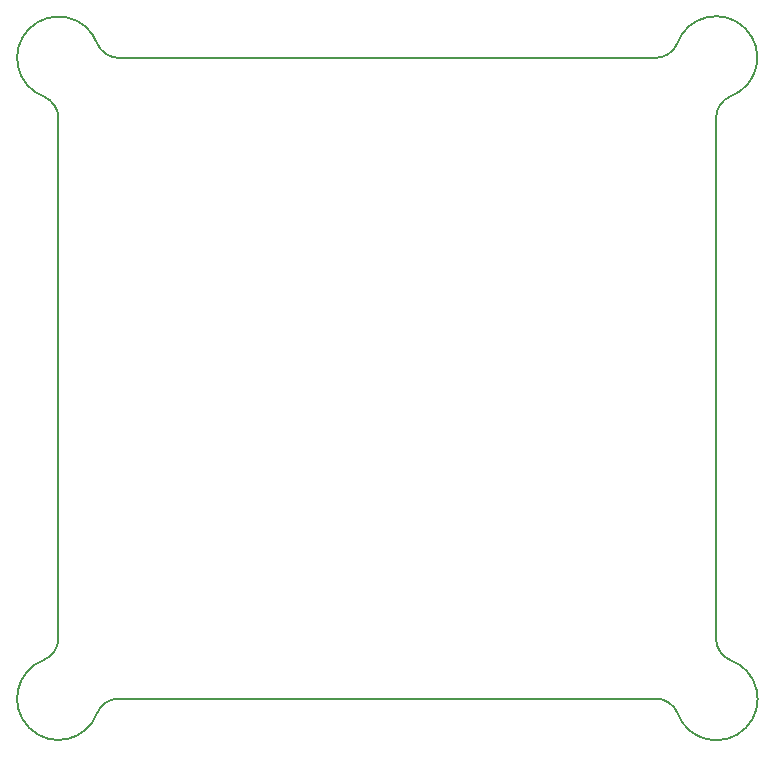
<source format=gm1>
G04*
G04 #@! TF.GenerationSoftware,Altium Limited,Altium Designer,19.1.9 (167)*
G04*
G04 Layer_Color=16711935*
%FSLAX44Y44*%
%MOMM*%
G71*
G01*
G75*
%ADD10C,0.2000*%
D10*
X0Y491250D02*
G03*
X-12151Y509646I-20000J0D01*
G01*
X505500Y542500D02*
G03*
X523896Y554651I0J20000D01*
G01*
X556750Y51000D02*
G03*
X568901Y32604I20000J0D01*
G01*
X51250Y0D02*
G03*
X32854Y-12151I0J-20000D01*
G01*
X524146D02*
G03*
X505750Y0I-18396J-7849D01*
G01*
X568901Y509896D02*
G03*
X556750Y491500I7849J-18396D01*
G01*
X32854Y554651D02*
G03*
X51250Y542500I18396J7849D01*
G01*
X-12151Y32854D02*
G03*
X0Y51250I-7849J18396D01*
G01*
X524092Y-12170D02*
G03*
X568276Y32884I32908J11920D01*
G01*
X568891Y509923D02*
G03*
X523843Y554670I-12141J32827D01*
G01*
X32827Y554641D02*
G03*
X-12141Y509673I-32827J-12141D01*
G01*
Y32827D02*
G03*
X32827Y-12141I12141J-32827D01*
G01*
X556750Y491500D02*
X556750Y51000D01*
X51250Y542500D02*
X505500Y542500D01*
X51250Y-0D02*
X505750Y0D01*
X-0Y491250D02*
X0Y51250D01*
M02*

</source>
